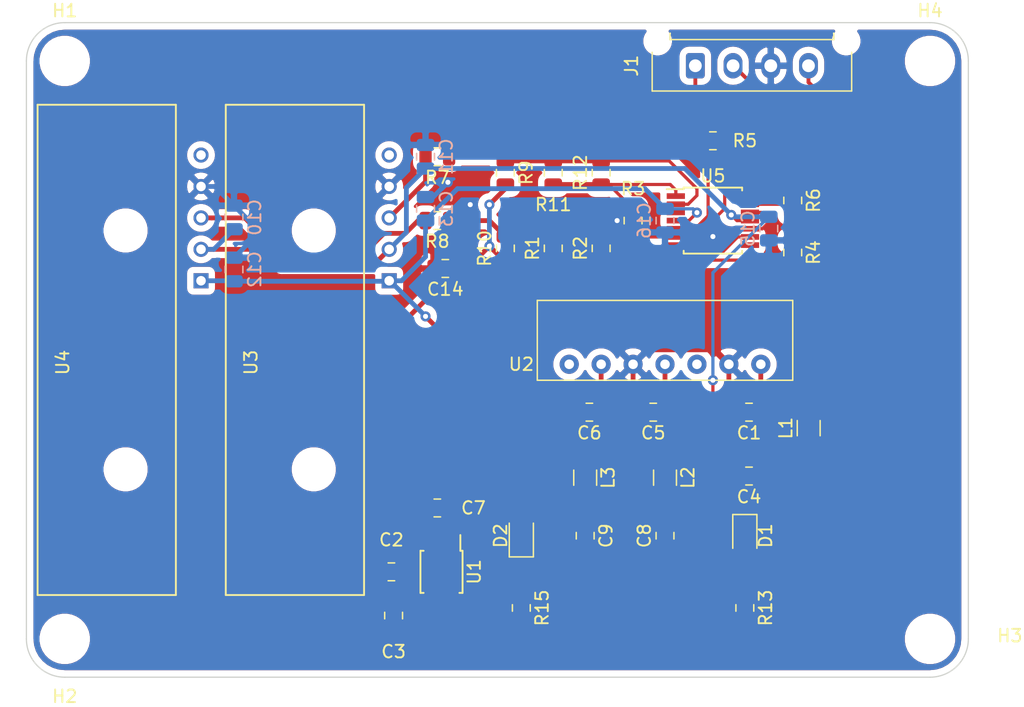
<source format=kicad_pcb>
(kicad_pcb (version 20171130) (host pcbnew "(5.0.0)")
  (layers (0 F.Cu signal) (31 B.Cu signal) (34 B.Paste user) (35 F.Paste user) (36 B.SilkS user) (37 F.SilkS user) (38 B.Mask user) (39 F.Mask user) (44 Edge.Cuts user))
  (net 0 "")
  (net 1 GND)
  (net 2 "Net-(C1-Pad1)")
  (net 3 /offset)
  (net 4 "Net-(C3-Pad1)")
  (net 5 "Net-(C5-Pad1)")
  (net 6 "Net-(C6-Pad2)")
  (net 7 +15V)
  (net 8 -15V)
  (net 9 "Net-(D1-Pad2)")
  (net 10 "Net-(D2-Pad1)")
  (net 11 /LOW_OUT)
  (net 12 /HIGH_OUT)
  (net 13 +5V)
  (net 14 "Net-(R1-Pad1)")
  (net 15 "Net-(R1-Pad2)")
  (net 16 "Net-(R3-Pad1)")
  (net 17 "Net-(R11-Pad1)")
  (net 18 "Net-(R4-Pad1)")
  (net 19 "Net-(R7-Pad2)")
  (net 20 "Net-(R11-Pad2)")
  (net 21 "Net-(R8-Pad2)")
  (module MountingHole:MountingHole_3mm (layer F.Cu) (at 154.432 62.23)
    (fp_text reference H4 (at 0 -4) (layer F.SilkS))
    (fp_text value MountingHole)
    (pad 1 np_thru_hole circle (at 0 0) (size 3 3) (drill 3) (layers *.Cu *.Mask))
  )
  (module MountingHole:MountingHole_3mm (layer F.Cu) (at 154.432 108.204)
    (fp_text reference H3 (at 6.35 -0.254) (layer F.SilkS))
    (fp_text value MountingHole)
    (pad 1 np_thru_hole circle (at 0 0) (size 3 3) (drill 3) (layers *.Cu *.Mask))
  )
  (module MountingHole:MountingHole_3mm (layer F.Cu) (at 85.598 108.204)
    (fp_text reference H2 (at 0 4.572) (layer F.SilkS))
    (fp_text value MountingHole)
    (pad 1 np_thru_hole circle (at 0 0) (size 3 3) (drill 3) (layers *.Cu *.Mask))
  )
  (module MountingHole:MountingHole_3mm (layer F.Cu) (at 85.598 62.23)
    (fp_text reference H1 (at 0 -4) (layer F.SilkS))
    (fp_text value MountingHole)
    (pad 1 np_thru_hole circle (at 0 0) (size 3 3) (drill 3) (layers *.Cu *.Mask))
  )
  (module Package_SO:MSOP-8_3x3mm_P0.65mm (layer F.Cu) (at 115.57 102.87 270)
    (fp_text reference U1 (at 0 -2.6 90) (layer F.SilkS))
    (fp_text value REF5040ADGK)
    (fp_line (start -1.675 -1.675) (end -1.675 -1.5) (layer F.SilkS) (width 0.15))
    (fp_line (start 1.675 -1.675) (end 1.675 -1.425) (layer F.SilkS) (width 0.15))
    (fp_line (start 1.675 1.675) (end 1.675 1.425) (layer F.SilkS) (width 0.15))
    (fp_line (start -1.675 1.675) (end -1.675 1.425) (layer F.SilkS) (width 0.15))
    (fp_line (start -1.675 -1.675) (end 1.675 -1.675) (layer F.SilkS) (width 0.15))
    (fp_line (start -1.675 1.675) (end 1.675 1.675) (layer F.SilkS) (width 0.15))
    (fp_line (start -1.675 -1.5) (end -2.925 -1.5) (layer F.SilkS) (width 0.15))
    (pad 1 smd rect (at -2.2 -0.975 270) (size 1.45 0.45) (layers F.Cu F.Paste F.Mask))
    (pad 2 smd rect (at -2.2 -0.325 270) (size 1.45 0.45) (layers F.Cu F.Paste F.Mask) (net 7 +15V))
    (pad 3 smd rect (at -2.2 0.325 270) (size 1.45 0.45) (layers F.Cu F.Paste F.Mask))
    (pad 4 smd rect (at -2.2 0.975 270) (size 1.45 0.45) (layers F.Cu F.Paste F.Mask) (net 1 GND))
    (pad 5 smd rect (at 2.2 0.975 270) (size 1.45 0.45) (layers F.Cu F.Paste F.Mask) (net 4 "Net-(C3-Pad1)"))
    (pad 6 smd rect (at 2.2 0.325 270) (size 1.45 0.45) (layers F.Cu F.Paste F.Mask) (net 3 /offset))
    (pad 7 smd rect (at 2.2 -0.325 270) (size 1.45 0.45) (layers F.Cu F.Paste F.Mask))
    (pad 8 smd rect (at 2.2 -0.975 270) (size 1.45 0.45) (layers F.Cu F.Paste F.Mask))
  )
  (module BPS:SIP-7_19.6x6mm_P2.54mm (layer F.Cu) (at 133.35 86.36 180)
    (fp_text reference U2 (at 11.43 0) (layer F.SilkS))
    (fp_text value RecomRB-0515D)
    (fp_line (start 10.16 -1.27) (end 10.16 5.08) (layer F.SilkS) (width 0.12))
    (fp_line (start 10.16 5.08) (end -10.16 5.08) (layer F.SilkS) (width 0.12))
    (fp_line (start -10.16 5.08) (end -10.16 -1.27) (layer F.SilkS) (width 0.12))
    (fp_line (start -10.16 -1.27) (end 10.16 -1.27) (layer F.SilkS) (width 0.12))
    (pad 1 thru_hole circle (at -7.62 0 180) (size 1.524 1.524) (drill 0.762) (layers *.Cu *.Mask) (net 2 "Net-(C1-Pad1)"))
    (pad 2 thru_hole circle (at -5.08 0 180) (size 1.524 1.524) (drill 0.762) (layers *.Cu *.Mask) (net 1 GND))
    (pad 3 thru_hole circle (at -2.54 0 180) (size 1.524 1.524) (drill 0.762) (layers *.Cu *.Mask))
    (pad 4 thru_hole circle (at 0 0 180) (size 1.524 1.524) (drill 0.762) (layers *.Cu *.Mask) (net 5 "Net-(C5-Pad1)"))
    (pad 5 thru_hole circle (at 2.54 0 180) (size 1.524 1.524) (drill 0.762) (layers *.Cu *.Mask) (net 1 GND))
    (pad 6 thru_hole circle (at 5.08 0 180) (size 1.524 1.524) (drill 0.762) (layers *.Cu *.Mask) (net 6 "Net-(C6-Pad2)"))
    (pad 7 thru_hole circle (at 7.62 0 180) (size 1.524 1.524) (drill 0.762) (layers *.Cu *.Mask))
  )
  (module Capacitor_SMD:C_0805_2012Metric (layer F.Cu) (at 140.0325 90.17 180)
    (fp_text reference C1 (at 0 -1.65) (layer F.SilkS))
    (fp_text value "22 uF")
    (fp_line (start -0.258578 -0.71) (end 0.258578 -0.71) (layer F.SilkS) (width 0.12))
    (fp_line (start -0.258578 0.71) (end 0.258578 0.71) (layer F.SilkS) (width 0.12))
    (pad 1 smd roundrect (at -0.9375 0 180) (size 0.975 1.4) (layers F.Cu F.Paste F.Mask) (net 2 "Net-(C1-Pad1)"))
    (pad 2 smd roundrect (at 0.9375 0 180) (size 0.975 1.4) (layers F.Cu F.Paste F.Mask) (net 1 GND))
  )
  (module Capacitor_SMD:C_0805_2012Metric (layer F.Cu) (at 111.5845 102.87 180)
    (fp_text reference C2 (at 0 2.54) (layer F.SilkS))
    (fp_text value "1 uF")
    (fp_line (start -0.258578 0.71) (end 0.258578 0.71) (layer F.SilkS) (width 0.12))
    (fp_line (start -0.258578 -0.71) (end 0.258578 -0.71) (layer F.SilkS) (width 0.12))
    (pad 2 smd roundrect (at 0.9375 0 180) (size 0.975 1.4) (layers F.Cu F.Paste F.Mask) (net 1 GND))
    (pad 1 smd roundrect (at -0.9375 0 180) (size 0.975 1.4) (layers F.Cu F.Paste F.Mask) (net 3 /offset))
  )
  (module Capacitor_SMD:C_0805_2012Metric (layer F.Cu) (at 111.76 106.3475 270)
    (fp_text reference C3 (at 2.8725 0 180) (layer F.SilkS))
    (fp_text value "1 uF")
    (fp_line (start -0.258578 0.71) (end 0.258578 0.71) (layer F.SilkS) (width 0.12))
    (fp_line (start -0.258578 -0.71) (end 0.258578 -0.71) (layer F.SilkS) (width 0.12))
    (pad 2 smd roundrect (at 0.9375 0 270) (size 0.975 1.4) (layers F.Cu F.Paste F.Mask) (net 1 GND))
    (pad 1 smd roundrect (at -0.9375 0 270) (size 0.975 1.4) (layers F.Cu F.Paste F.Mask) (net 4 "Net-(C3-Pad1)"))
  )
  (module Capacitor_SMD:C_0805_2012Metric (layer F.Cu) (at 140.0325 95.25 180)
    (fp_text reference C4 (at 0 -1.65) (layer F.SilkS))
    (fp_text value "1 uF")
    (fp_line (start -0.258578 -0.71) (end 0.258578 -0.71) (layer F.SilkS) (width 0.12))
    (fp_line (start -0.258578 0.71) (end 0.258578 0.71) (layer F.SilkS) (width 0.12))
    (pad 1 smd roundrect (at -0.9375 0 180) (size 0.975 1.4) (layers F.Cu F.Paste F.Mask) (net 2 "Net-(C1-Pad1)"))
    (pad 2 smd roundrect (at 0.9375 0 180) (size 0.975 1.4) (layers F.Cu F.Paste F.Mask) (net 1 GND))
  )
  (module Capacitor_SMD:C_0805_2012Metric (layer F.Cu) (at 132.4125 90.17 180)
    (fp_text reference C5 (at 0 -1.65) (layer F.SilkS))
    (fp_text value "1 uF")
    (fp_line (start -0.258578 -0.71) (end 0.258578 -0.71) (layer F.SilkS) (width 0.12))
    (fp_line (start -0.258578 0.71) (end 0.258578 0.71) (layer F.SilkS) (width 0.12))
    (pad 1 smd roundrect (at -0.9375 0 180) (size 0.975 1.4) (layers F.Cu F.Paste F.Mask) (net 5 "Net-(C5-Pad1)"))
    (pad 2 smd roundrect (at 0.9375 0 180) (size 0.975 1.4) (layers F.Cu F.Paste F.Mask) (net 1 GND))
  )
  (module Capacitor_SMD:C_0805_2012Metric (layer F.Cu) (at 127.3325 90.17 180)
    (fp_text reference C6 (at 0 -1.65) (layer F.SilkS))
    (fp_text value "1 uF")
    (fp_line (start -0.258578 0.71) (end 0.258578 0.71) (layer F.SilkS) (width 0.12))
    (fp_line (start -0.258578 -0.71) (end 0.258578 -0.71) (layer F.SilkS) (width 0.12))
    (pad 2 smd roundrect (at 0.9375 0 180) (size 0.975 1.4) (layers F.Cu F.Paste F.Mask) (net 6 "Net-(C6-Pad2)"))
    (pad 1 smd roundrect (at -0.9375 0 180) (size 0.975 1.4) (layers F.Cu F.Paste F.Mask) (net 1 GND))
  )
  (module Capacitor_SMD:C_0805_2012Metric (layer F.Cu) (at 115.2375 97.79 180)
    (fp_text reference C7 (at -2.8725 0) (layer F.SilkS))
    (fp_text value "1 uF")
    (fp_line (start -0.258578 -0.71) (end 0.258578 -0.71) (layer F.SilkS) (width 0.12))
    (fp_line (start -0.258578 0.71) (end 0.258578 0.71) (layer F.SilkS) (width 0.12))
    (pad 1 smd roundrect (at -0.9375 0 180) (size 0.975 1.4) (layers F.Cu F.Paste F.Mask) (net 7 +15V))
    (pad 2 smd roundrect (at 0.9375 0 180) (size 0.975 1.4) (layers F.Cu F.Paste F.Mask) (net 1 GND))
  )
  (module Capacitor_SMD:C_0805_2012Metric (layer F.Cu) (at 133.35 99.9975 90)
    (fp_text reference C8 (at 0 -1.65 90) (layer F.SilkS))
    (fp_text value "22 uF")
    (fp_line (start -0.258578 0.71) (end 0.258578 0.71) (layer F.SilkS) (width 0.12))
    (fp_line (start -0.258578 -0.71) (end 0.258578 -0.71) (layer F.SilkS) (width 0.12))
    (pad 2 smd roundrect (at 0.9375 0 90) (size 0.975 1.4) (layers F.Cu F.Paste F.Mask) (net 8 -15V))
    (pad 1 smd roundrect (at -0.9375 0 90) (size 0.975 1.4) (layers F.Cu F.Paste F.Mask) (net 1 GND))
  )
  (module Capacitor_SMD:C_0805_2012Metric (layer F.Cu) (at 127 99.9975 270)
    (fp_text reference C9 (at 0 -1.65 90) (layer F.SilkS))
    (fp_text value "22 uF")
    (fp_line (start -0.258578 0.71) (end 0.258578 0.71) (layer F.SilkS) (width 0.12))
    (fp_line (start -0.258578 -0.71) (end 0.258578 -0.71) (layer F.SilkS) (width 0.12))
    (pad 2 smd roundrect (at 0.9375 0 270) (size 0.975 1.4) (layers F.Cu F.Paste F.Mask) (net 1 GND))
    (pad 1 smd roundrect (at -0.9375 0 270) (size 0.975 1.4) (layers F.Cu F.Paste F.Mask) (net 7 +15V))
  )
  (module Capacitor_SMD:C_0805_2012Metric (layer B.Cu) (at 99.06 74.676 90)
    (fp_text reference C10 (at 0 1.65 90) (layer B.SilkS) (effects (justify mirror)))
    (fp_text value "1 uF")
    (fp_line (start -0.258578 -0.71) (end 0.258578 -0.71) (layer B.SilkS) (width 0.12))
    (fp_line (start -0.258578 0.71) (end 0.258578 0.71) (layer B.SilkS) (width 0.12))
    (pad 2 smd roundrect (at 0.9375 0 90) (size 0.975 1.4) (layers B.Cu B.Paste B.Mask) (net 1 GND))
    (pad 1 smd roundrect (at -0.9375 0 90) (size 0.975 1.4) (layers B.Cu B.Paste B.Mask) (net 8 -15V))
  )
  (module Capacitor_SMD:C_0805_2012Metric (layer B.Cu) (at 114.3 69.85 90)
    (fp_text reference C11 (at 0 1.65 270) (layer B.SilkS) (effects (justify mirror)))
    (fp_text value "1 uF")
    (fp_line (start -0.258578 0.71) (end 0.258578 0.71) (layer B.SilkS) (width 0.12))
    (fp_line (start -0.258578 -0.71) (end 0.258578 -0.71) (layer B.SilkS) (width 0.12))
    (pad 1 smd roundrect (at -0.9375 0 90) (size 0.975 1.4) (layers B.Cu B.Paste B.Mask) (net 8 -15V))
    (pad 2 smd roundrect (at 0.9375 0 90) (size 0.975 1.4) (layers B.Cu B.Paste B.Mask) (net 1 GND))
  )
  (module Capacitor_SMD:C_0805_2012Metric (layer B.Cu) (at 99.06 78.8185 90)
    (fp_text reference C12 (at 0 1.65 270) (layer B.SilkS) (effects (justify mirror)))
    (fp_text value "1 uF")
    (fp_line (start -0.258578 0.71) (end 0.258578 0.71) (layer B.SilkS) (width 0.12))
    (fp_line (start -0.258578 -0.71) (end 0.258578 -0.71) (layer B.SilkS) (width 0.12))
    (pad 1 smd roundrect (at -0.9375 0 90) (size 0.975 1.4) (layers B.Cu B.Paste B.Mask) (net 7 +15V))
    (pad 2 smd roundrect (at 0.9375 0 90) (size 0.975 1.4) (layers B.Cu B.Paste B.Mask) (net 1 GND))
  )
  (module Capacitor_SMD:C_0805_2012Metric (layer B.Cu) (at 114.3 73.9925 90)
    (fp_text reference C13 (at 0 1.65 270) (layer B.SilkS) (effects (justify mirror)))
    (fp_text value "1 uF")
    (fp_line (start -0.258578 -0.71) (end 0.258578 -0.71) (layer B.SilkS) (width 0.12))
    (fp_line (start -0.258578 0.71) (end 0.258578 0.71) (layer B.SilkS) (width 0.12))
    (pad 2 smd roundrect (at 0.9375 0 90) (size 0.975 1.4) (layers B.Cu B.Paste B.Mask) (net 1 GND))
    (pad 1 smd roundrect (at -0.9375 0 90) (size 0.975 1.4) (layers B.Cu B.Paste B.Mask) (net 7 +15V))
  )
  (module Capacitor_SMD:C_0805_2012Metric (layer F.Cu) (at 115.8725 78.74 180)
    (fp_text reference C14 (at 0 -1.65) (layer F.SilkS))
    (fp_text value "1 uF")
    (fp_line (start -0.258578 0.71) (end 0.258578 0.71) (layer F.SilkS) (width 0.12))
    (fp_line (start -0.258578 -0.71) (end 0.258578 -0.71) (layer F.SilkS) (width 0.12))
    (pad 2 smd roundrect (at 0.9375 0 180) (size 0.975 1.4) (layers F.Cu F.Paste F.Mask) (net 1 GND))
    (pad 1 smd roundrect (at -0.9375 0 180) (size 0.975 1.4) (layers F.Cu F.Paste F.Mask) (net 3 /offset))
  )
  (module Capacitor_SMD:C_0805_2012Metric (layer B.Cu) (at 141.605 75.565 270)
    (fp_text reference C15 (at 0 1.65 90) (layer B.SilkS) (effects (justify mirror)))
    (fp_text value "1 uF")
    (fp_line (start -0.258578 0.71) (end 0.258578 0.71) (layer B.SilkS) (width 0.12))
    (fp_line (start -0.258578 -0.71) (end 0.258578 -0.71) (layer B.SilkS) (width 0.12))
    (pad 1 smd roundrect (at -0.9375 0 270) (size 0.975 1.4) (layers B.Cu B.Paste B.Mask) (net 8 -15V))
    (pad 2 smd roundrect (at 0.9375 0 270) (size 0.975 1.4) (layers B.Cu B.Paste B.Mask) (net 1 GND))
  )
  (module Capacitor_SMD:C_0805_2012Metric (layer B.Cu) (at 133.35 74.93 270)
    (fp_text reference C16 (at 0 1.65 270) (layer B.SilkS) (effects (justify mirror)))
    (fp_text value "1 uF")
    (fp_line (start -0.258578 -0.71) (end 0.258578 -0.71) (layer B.SilkS) (width 0.12))
    (fp_line (start -0.258578 0.71) (end 0.258578 0.71) (layer B.SilkS) (width 0.12))
    (pad 2 smd roundrect (at 0.9375 0 270) (size 0.975 1.4) (layers B.Cu B.Paste B.Mask) (net 1 GND))
    (pad 1 smd roundrect (at -0.9375 0 270) (size 0.975 1.4) (layers B.Cu B.Paste B.Mask) (net 7 +15V))
  )
  (module LED_SMD:LED_0805_2012Metric (layer F.Cu) (at 139.7 99.9975 270)
    (fp_text reference D1 (at 0 -1.65 90) (layer F.SilkS))
    (fp_text value LED_Small)
    (fp_line (start -1.685 0.96) (end 1 0.96) (layer F.SilkS) (width 0.12))
    (fp_line (start -1.685 -0.96) (end -1.685 0.96) (layer F.SilkS) (width 0.12))
    (fp_line (start 1 -0.96) (end -1.685 -0.96) (layer F.SilkS) (width 0.12))
    (pad 2 smd roundrect (at 0.9375 0 270) (size 0.975 1.4) (layers F.Cu F.Paste F.Mask) (net 9 "Net-(D1-Pad2)"))
    (pad 1 smd roundrect (at -0.9375 0 270) (size 0.975 1.4) (layers F.Cu F.Paste F.Mask) (net 8 -15V))
  )
  (module LED_SMD:LED_0805_2012Metric (layer F.Cu) (at 121.92 99.9975 90)
    (fp_text reference D2 (at 0 -1.65 90) (layer F.SilkS))
    (fp_text value LED_Small)
    (fp_line (start 1 -0.96) (end -1.685 -0.96) (layer F.SilkS) (width 0.12))
    (fp_line (start -1.685 -0.96) (end -1.685 0.96) (layer F.SilkS) (width 0.12))
    (fp_line (start -1.685 0.96) (end 1 0.96) (layer F.SilkS) (width 0.12))
    (pad 1 smd roundrect (at -0.9375 0 90) (size 0.975 1.4) (layers F.Cu F.Paste F.Mask) (net 10 "Net-(D2-Pad1)"))
    (pad 2 smd roundrect (at 0.9375 0 90) (size 0.975 1.4) (layers F.Cu F.Paste F.Mask) (net 7 +15V))
  )
  (module Connector_Molex:Molex_Micro-Fit_3.0_43650-0415_1x04_P3.00mm_Vertical (layer F.Cu) (at 135.763 62.611)
    (fp_text reference J1 (at -5.08 0 -90) (layer F.SilkS))
    (fp_text value Connector_Generic:Conn_01x04)
    (fp_line (start 11.015 -2.58) (end 10.995 -2.58) (layer F.SilkS) (width 0.12))
    (fp_line (start 11.015 -2.08) (end 11.015 -2.58) (layer F.SilkS) (width 0.12))
    (fp_line (start -2.015 -2.08) (end 11.015 -2.08) (layer F.SilkS) (width 0.12))
    (fp_line (start -2.015 -2.58) (end -2.015 -2.08) (layer F.SilkS) (width 0.12))
    (fp_line (start -1.995 -2.58) (end -2.015 -2.58) (layer F.SilkS) (width 0.12))
    (fp_line (start 12.435 2.01) (end 12.435 -1.065) (layer F.SilkS) (width 0.12))
    (fp_line (start -3.435 2.01) (end 12.435 2.01) (layer F.SilkS) (width 0.12))
    (fp_line (start -3.435 -1.065) (end -3.435 2.01) (layer F.SilkS) (width 0.12))
    (pad 4 thru_hole oval (at 9 0) (size 1.5 2.02) (drill 1.02) (layers *.Cu *.Mask) (net 13 +5V))
    (pad 3 thru_hole oval (at 6 0) (size 1.5 2.02) (drill 1.02) (layers *.Cu *.Mask) (net 1 GND))
    (pad 2 thru_hole oval (at 3 0) (size 1.5 2.02) (drill 1.02) (layers *.Cu *.Mask) (net 12 /HIGH_OUT))
    (pad 1 thru_hole roundrect (at 0 0) (size 1.5 2.02) (drill 1.02) (layers *.Cu *.Mask) (roundrect_rratio 0.166667) (net 11 /LOW_OUT))
    (pad "" np_thru_hole circle (at 12 -1.96) (size 1.27 1.27) (drill 1.27) (layers *.Cu *.Mask))
    (pad "" np_thru_hole circle (at -3 -1.96) (size 1.27 1.27) (drill 1.27) (layers *.Cu *.Mask))
  )
  (module Inductor_SMD:L_1206_3216Metric (layer F.Cu) (at 144.78 91.44 90)
    (fp_text reference L1 (at 0 -1.82 90) (layer F.SilkS))
    (fp_text value FB)
    (fp_line (start -0.602064 0.91) (end 0.602064 0.91) (layer F.SilkS) (width 0.12))
    (fp_line (start -0.602064 -0.91) (end 0.602064 -0.91) (layer F.SilkS) (width 0.12))
    (pad 2 smd roundrect (at 1.4 0 90) (size 1.25 1.75) (layers F.Cu F.Paste F.Mask) (roundrect_rratio 0.2) (net 2 "Net-(C1-Pad1)"))
    (pad 1 smd roundrect (at -1.4 0 90) (size 1.25 1.75) (layers F.Cu F.Paste F.Mask) (roundrect_rratio 0.2) (net 13 +5V))
  )
  (module Inductor_SMD:L_1206_3216Metric (layer F.Cu) (at 133.35 95.38 270)
    (fp_text reference L2 (at 0 -1.82 90) (layer F.SilkS))
    (fp_text value FB)
    (fp_line (start -0.602064 0.91) (end 0.602064 0.91) (layer F.SilkS) (width 0.12))
    (fp_line (start -0.602064 -0.91) (end 0.602064 -0.91) (layer F.SilkS) (width 0.12))
    (pad 2 smd roundrect (at 1.4 0 270) (size 1.25 1.75) (layers F.Cu F.Paste F.Mask) (roundrect_rratio 0.2) (net 8 -15V))
    (pad 1 smd roundrect (at -1.4 0 270) (size 1.25 1.75) (layers F.Cu F.Paste F.Mask) (roundrect_rratio 0.2) (net 5 "Net-(C5-Pad1)"))
  )
  (module Inductor_SMD:L_1206_3216Metric (layer F.Cu) (at 127 95.38 270)
    (fp_text reference L3 (at 0 -1.82 90) (layer F.SilkS))
    (fp_text value FB)
    (fp_line (start -0.602064 -0.91) (end 0.602064 -0.91) (layer F.SilkS) (width 0.12))
    (fp_line (start -0.602064 0.91) (end 0.602064 0.91) (layer F.SilkS) (width 0.12))
    (pad 1 smd roundrect (at -1.4 0 270) (size 1.25 1.75) (layers F.Cu F.Paste F.Mask) (roundrect_rratio 0.2) (net 6 "Net-(C6-Pad2)"))
    (pad 2 smd roundrect (at 1.4 0 270) (size 1.25 1.75) (layers F.Cu F.Paste F.Mask) (roundrect_rratio 0.2) (net 7 +15V))
  )
  (module Resistor_SMD:R_0805_2012Metric (layer F.Cu) (at 124.46 77.1375 90)
    (fp_text reference R1 (at 0 -1.65 90) (layer F.SilkS))
    (fp_text value "10 kOhm")
    (fp_line (start -0.258578 -0.71) (end 0.258578 -0.71) (layer F.SilkS) (width 0.12))
    (fp_line (start -0.258578 0.71) (end 0.258578 0.71) (layer F.SilkS) (width 0.12))
    (pad 1 smd roundrect (at -0.9375 0 90) (size 0.975 1.4) (layers F.Cu F.Paste F.Mask) (net 14 "Net-(R1-Pad1)"))
    (pad 2 smd roundrect (at 0.9375 0 90) (size 0.975 1.4) (layers F.Cu F.Paste F.Mask) (net 15 "Net-(R1-Pad2)"))
  )
  (module Resistor_SMD:R_0805_2012Metric (layer F.Cu) (at 128.27 77.1375 90)
    (fp_text reference R2 (at 0 -1.65 90) (layer F.SilkS))
    (fp_text value "5 kOhm")
    (fp_line (start -0.258578 0.71) (end 0.258578 0.71) (layer F.SilkS) (width 0.12))
    (fp_line (start -0.258578 -0.71) (end 0.258578 -0.71) (layer F.SilkS) (width 0.12))
    (pad 2 smd roundrect (at 0.9375 0 90) (size 0.975 1.4) (layers F.Cu F.Paste F.Mask) (net 15 "Net-(R1-Pad2)"))
    (pad 1 smd roundrect (at -0.9375 0 90) (size 0.975 1.4) (layers F.Cu F.Paste F.Mask) (net 14 "Net-(R1-Pad1)"))
  )
  (module Resistor_SMD:R_0805_2012Metric (layer F.Cu) (at 130.81 74.93 90)
    (fp_text reference R3 (at 2.54 0 180) (layer F.SilkS))
    (fp_text value "10 kOhm")
    (fp_line (start -0.258578 -0.71) (end 0.258578 -0.71) (layer F.SilkS) (width 0.12))
    (fp_line (start -0.258578 0.71) (end 0.258578 0.71) (layer F.SilkS) (width 0.12))
    (pad 1 smd roundrect (at -0.9375 0 90) (size 0.975 1.4) (layers F.Cu F.Paste F.Mask) (net 16 "Net-(R3-Pad1)"))
    (pad 2 smd roundrect (at 0.9375 0 90) (size 0.975 1.4) (layers F.Cu F.Paste F.Mask) (net 17 "Net-(R11-Pad1)"))
  )
  (module Resistor_SMD:R_0805_2012Metric (layer F.Cu) (at 143.51 77.47 270)
    (fp_text reference R4 (at 0 -1.65 90) (layer F.SilkS))
    (fp_text value "10 kOhm")
    (fp_line (start -0.258578 -0.71) (end 0.258578 -0.71) (layer F.SilkS) (width 0.12))
    (fp_line (start -0.258578 0.71) (end 0.258578 0.71) (layer F.SilkS) (width 0.12))
    (pad 1 smd roundrect (at -0.9375 0 270) (size 0.975 1.4) (layers F.Cu F.Paste F.Mask) (net 18 "Net-(R4-Pad1)"))
    (pad 2 smd roundrect (at 0.9375 0 270) (size 0.975 1.4) (layers F.Cu F.Paste F.Mask) (net 14 "Net-(R1-Pad1)"))
  )
  (module Resistor_SMD:R_0805_2012Metric (layer F.Cu) (at 137.16 68.58 180)
    (fp_text reference R5 (at -2.54 0) (layer F.SilkS))
    (fp_text value "10 kOhm")
    (fp_line (start -0.258578 0.71) (end 0.258578 0.71) (layer F.SilkS) (width 0.12))
    (fp_line (start -0.258578 -0.71) (end 0.258578 -0.71) (layer F.SilkS) (width 0.12))
    (pad 2 smd roundrect (at 0.9375 0 180) (size 0.975 1.4) (layers F.Cu F.Paste F.Mask) (net 16 "Net-(R3-Pad1)"))
    (pad 1 smd roundrect (at -0.9375 0 180) (size 0.975 1.4) (layers F.Cu F.Paste F.Mask) (net 11 /LOW_OUT))
  )
  (module Resistor_SMD:R_0805_2012Metric (layer F.Cu) (at 143.51 73.3275 270)
    (fp_text reference R6 (at 0 -1.65 90) (layer F.SilkS))
    (fp_text value "10 kOhm")
    (fp_line (start -0.258578 0.71) (end 0.258578 0.71) (layer F.SilkS) (width 0.12))
    (fp_line (start -0.258578 -0.71) (end 0.258578 -0.71) (layer F.SilkS) (width 0.12))
    (pad 2 smd roundrect (at 0.9375 0 270) (size 0.975 1.4) (layers F.Cu F.Paste F.Mask) (net 18 "Net-(R4-Pad1)"))
    (pad 1 smd roundrect (at -0.9375 0 270) (size 0.975 1.4) (layers F.Cu F.Paste F.Mask) (net 12 /HIGH_OUT))
  )
  (module Resistor_SMD:R_0805_2012Metric (layer F.Cu) (at 115.2375 69.85 180)
    (fp_text reference R7 (at 0 -1.65) (layer F.SilkS))
    (fp_text value "10 kOhm")
    (fp_line (start -0.258578 0.71) (end 0.258578 0.71) (layer F.SilkS) (width 0.12))
    (fp_line (start -0.258578 -0.71) (end 0.258578 -0.71) (layer F.SilkS) (width 0.12))
    (pad 2 smd roundrect (at 0.9375 0 180) (size 0.975 1.4) (layers F.Cu F.Paste F.Mask) (net 19 "Net-(R7-Pad2)"))
    (pad 1 smd roundrect (at -0.9375 0 180) (size 0.975 1.4) (layers F.Cu F.Paste F.Mask) (net 20 "Net-(R11-Pad2)"))
  )
  (module Resistor_SMD:R_0805_2012Metric (layer F.Cu) (at 115.2375 74.93 180)
    (fp_text reference R8 (at 0 -1.65) (layer F.SilkS))
    (fp_text value "10 kOhm")
    (fp_line (start -0.258578 -0.71) (end 0.258578 -0.71) (layer F.SilkS) (width 0.12))
    (fp_line (start -0.258578 0.71) (end 0.258578 0.71) (layer F.SilkS) (width 0.12))
    (pad 1 smd roundrect (at -0.9375 0 180) (size 0.975 1.4) (layers F.Cu F.Paste F.Mask) (net 15 "Net-(R1-Pad2)"))
    (pad 2 smd roundrect (at 0.9375 0 180) (size 0.975 1.4) (layers F.Cu F.Paste F.Mask) (net 21 "Net-(R8-Pad2)"))
  )
  (module Resistor_SMD:R_0805_2012Metric (layer F.Cu) (at 120.65 71.12 270)
    (fp_text reference R9 (at 0 -1.65 90) (layer F.SilkS))
    (fp_text value "10 kOhm")
    (fp_line (start -0.258578 -0.71) (end 0.258578 -0.71) (layer F.SilkS) (width 0.12))
    (fp_line (start -0.258578 0.71) (end 0.258578 0.71) (layer F.SilkS) (width 0.12))
    (pad 1 smd roundrect (at -0.9375 0 270) (size 0.975 1.4) (layers F.Cu F.Paste F.Mask) (net 20 "Net-(R11-Pad2)"))
    (pad 2 smd roundrect (at 0.9375 0 270) (size 0.975 1.4) (layers F.Cu F.Paste F.Mask) (net 3 /offset))
  )
  (module Resistor_SMD:R_0805_2012Metric (layer F.Cu) (at 120.65 77.1375 90)
    (fp_text reference R10 (at 0 -1.65 90) (layer F.SilkS))
    (fp_text value "10 kOhm")
    (fp_line (start -0.258578 0.71) (end 0.258578 0.71) (layer F.SilkS) (width 0.12))
    (fp_line (start -0.258578 -0.71) (end 0.258578 -0.71) (layer F.SilkS) (width 0.12))
    (pad 2 smd roundrect (at 0.9375 0 90) (size 0.975 1.4) (layers F.Cu F.Paste F.Mask) (net 15 "Net-(R1-Pad2)"))
    (pad 1 smd roundrect (at -0.9375 0 90) (size 0.975 1.4) (layers F.Cu F.Paste F.Mask) (net 3 /offset))
  )
  (module Resistor_SMD:R_0805_2012Metric (layer F.Cu) (at 124.46 71.12 90)
    (fp_text reference R11 (at -2.54 0 180) (layer F.SilkS))
    (fp_text value "10 kOhm")
    (fp_line (start -0.258578 0.71) (end 0.258578 0.71) (layer F.SilkS) (width 0.12))
    (fp_line (start -0.258578 -0.71) (end 0.258578 -0.71) (layer F.SilkS) (width 0.12))
    (pad 2 smd roundrect (at 0.9375 0 90) (size 0.975 1.4) (layers F.Cu F.Paste F.Mask) (net 20 "Net-(R11-Pad2)"))
    (pad 1 smd roundrect (at -0.9375 0 90) (size 0.975 1.4) (layers F.Cu F.Paste F.Mask) (net 17 "Net-(R11-Pad1)"))
  )
  (module Resistor_SMD:R_0805_2012Metric (layer F.Cu) (at 128.27 71.12 90)
    (fp_text reference R12 (at 0 -1.65 90) (layer F.SilkS))
    (fp_text value "5 kOhm")
    (fp_line (start -0.258578 -0.71) (end 0.258578 -0.71) (layer F.SilkS) (width 0.12))
    (fp_line (start -0.258578 0.71) (end 0.258578 0.71) (layer F.SilkS) (width 0.12))
    (pad 1 smd roundrect (at -0.9375 0 90) (size 0.975 1.4) (layers F.Cu F.Paste F.Mask) (net 17 "Net-(R11-Pad1)"))
    (pad 2 smd roundrect (at 0.9375 0 90) (size 0.975 1.4) (layers F.Cu F.Paste F.Mask) (net 20 "Net-(R11-Pad2)"))
  )
  (module Resistor_SMD:R_0805_2012Metric (layer F.Cu) (at 139.7 105.7425 270)
    (fp_text reference R13 (at 0 -1.65 90) (layer F.SilkS))
    (fp_text value "1 kOhm")
    (fp_line (start -0.258578 0.71) (end 0.258578 0.71) (layer F.SilkS) (width 0.12))
    (fp_line (start -0.258578 -0.71) (end 0.258578 -0.71) (layer F.SilkS) (width 0.12))
    (pad 2 smd roundrect (at 0.9375 0 270) (size 0.975 1.4) (layers F.Cu F.Paste F.Mask) (net 1 GND))
    (pad 1 smd roundrect (at -0.9375 0 270) (size 0.975 1.4) (layers F.Cu F.Paste F.Mask) (net 9 "Net-(D1-Pad2)"))
  )
  (module Resistor_SMD:R_0805_2012Metric (layer F.Cu) (at 121.92 105.7425 270)
    (fp_text reference R15 (at 0 -1.65 90) (layer F.SilkS))
    (fp_text value "1 kOhm")
    (fp_line (start -0.258578 -0.71) (end 0.258578 -0.71) (layer F.SilkS) (width 0.12))
    (fp_line (start -0.258578 0.71) (end 0.258578 0.71) (layer F.SilkS) (width 0.12))
    (pad 1 smd roundrect (at -0.9375 0 270) (size 0.975 1.4) (layers F.Cu F.Paste F.Mask) (net 10 "Net-(D2-Pad1)"))
    (pad 2 smd roundrect (at 0.9375 0 270) (size 0.975 1.4) (layers F.Cu F.Paste F.Mask) (net 1 GND))
  )
  (module BPS:L08PxxxD15 (layer F.Cu) (at 106.41 77.216 270)
    (fp_text reference U3 (at 9 6 90) (layer F.SilkS))
    (fp_text value L08P50)
    (fp_line (start 27.5 -3) (end -11.5 -3) (layer F.SilkS) (width 0.15))
    (fp_line (start 27.5 8) (end -11.5 8) (layer F.SilkS) (width 0.15))
    (fp_line (start 27.5 -3) (end 27.5 8) (layer F.SilkS) (width 0.15))
    (fp_line (start -11.5 -3) (end -11.5 8) (layer F.SilkS) (width 0.15))
    (pad "" np_thru_hole circle (at 17.5 1 270) (size 2.5 2.5) (drill 2.5) (layers *.Cu *.Mask))
    (pad "" np_thru_hole circle (at -1.5 1 270) (size 2.5 2.5) (drill 2.5) (layers *.Cu *.Mask))
    (pad 5 thru_hole circle (at -7.5 -5 270) (size 1.2 1.2) (drill 0.762) (layers *.Cu *.Mask))
    (pad 4 thru_hole circle (at -5 -5 270) (size 1.2 1.2) (drill 0.762) (layers *.Cu *.Mask) (net 1 GND))
    (pad 3 thru_hole circle (at -2.5 -5 270) (size 1.2 1.2) (drill 0.762) (layers *.Cu *.Mask) (net 19 "Net-(R7-Pad2)"))
    (pad 2 thru_hole circle (at 0 -5 270) (size 1.2 1.2) (drill 0.762) (layers *.Cu *.Mask) (net 8 -15V))
    (pad 1 thru_hole rect (at 2.5 -5 270) (size 1.2 1.2) (drill 0.762) (layers *.Cu *.Mask) (net 7 +15V))
  )
  (module BPS:L08PxxxD15 (layer F.Cu) (at 91.44 77.216 270)
    (fp_text reference U4 (at 9 6 90) (layer F.SilkS))
    (fp_text value L08P100)
    (fp_line (start -11.5 -3) (end -11.5 8) (layer F.SilkS) (width 0.15))
    (fp_line (start 27.5 -3) (end 27.5 8) (layer F.SilkS) (width 0.15))
    (fp_line (start 27.5 8) (end -11.5 8) (layer F.SilkS) (width 0.15))
    (fp_line (start 27.5 -3) (end -11.5 -3) (layer F.SilkS) (width 0.15))
    (pad 1 thru_hole rect (at 2.5 -5 270) (size 1.2 1.2) (drill 0.762) (layers *.Cu *.Mask) (net 7 +15V))
    (pad 2 thru_hole circle (at 0 -5 270) (size 1.2 1.2) (drill 0.762) (layers *.Cu *.Mask) (net 8 -15V))
    (pad 3 thru_hole circle (at -2.5 -5 270) (size 1.2 1.2) (drill 0.762) (layers *.Cu *.Mask) (net 21 "Net-(R8-Pad2)"))
    (pad 4 thru_hole circle (at -5 -5 270) (size 1.2 1.2) (drill 0.762) (layers *.Cu *.Mask) (net 1 GND))
    (pad 5 thru_hole circle (at -7.5 -5 270) (size 1.2 1.2) (drill 0.762) (layers *.Cu *.Mask))
    (pad "" np_thru_hole circle (at -1.5 1 270) (size 2.5 2.5) (drill 2.5) (layers *.Cu *.Mask))
    (pad "" np_thru_hole circle (at 17.5 1 270) (size 2.5 2.5) (drill 2.5) (layers *.Cu *.Mask))
  )
  (module Package_SO:TSSOP-14_4.4x5mm_P0.65mm (layer F.Cu) (at 137.16 74.93)
    (fp_text reference U5 (at 0 -3.55) (layer F.SilkS))
    (fp_text value OPA4376)
    (fp_line (start -2.325 -2.625) (end -2.325 -2.5) (layer F.SilkS) (width 0.15))
    (fp_line (start 2.325 -2.625) (end 2.325 -2.4) (layer F.SilkS) (width 0.15))
    (fp_line (start 2.325 2.625) (end 2.325 2.4) (layer F.SilkS) (width 0.15))
    (fp_line (start -2.325 2.625) (end -2.325 2.4) (layer F.SilkS) (width 0.15))
    (fp_line (start -2.325 -2.625) (end 2.325 -2.625) (layer F.SilkS) (width 0.15))
    (fp_line (start -2.325 2.625) (end 2.325 2.625) (layer F.SilkS) (width 0.15))
    (fp_line (start -2.325 -2.5) (end -3.675 -2.5) (layer F.SilkS) (width 0.15))
    (pad 1 smd rect (at -2.95 -1.95) (size 1.45 0.45) (layers F.Cu F.Paste F.Mask) (net 17 "Net-(R11-Pad1)"))
    (pad 2 smd rect (at -2.95 -1.3) (size 1.45 0.45) (layers F.Cu F.Paste F.Mask) (net 20 "Net-(R11-Pad2)"))
    (pad 3 smd rect (at -2.95 -0.65) (size 1.45 0.45) (layers F.Cu F.Paste F.Mask) (net 1 GND))
    (pad 4 smd rect (at -2.95 0) (size 1.45 0.45) (layers F.Cu F.Paste F.Mask) (net 7 +15V))
    (pad 5 smd rect (at -2.95 0.65) (size 1.45 0.45) (layers F.Cu F.Paste F.Mask) (net 1 GND))
    (pad 6 smd rect (at -2.95 1.3) (size 1.45 0.45) (layers F.Cu F.Paste F.Mask) (net 16 "Net-(R3-Pad1)"))
    (pad 7 smd rect (at -2.95 1.95) (size 1.45 0.45) (layers F.Cu F.Paste F.Mask) (net 11 /LOW_OUT))
    (pad 8 smd rect (at 2.95 1.95) (size 1.45 0.45) (layers F.Cu F.Paste F.Mask) (net 14 "Net-(R1-Pad1)"))
    (pad 9 smd rect (at 2.95 1.3) (size 1.45 0.45) (layers F.Cu F.Paste F.Mask) (net 15 "Net-(R1-Pad2)"))
    (pad 10 smd rect (at 2.95 0.65) (size 1.45 0.45) (layers F.Cu F.Paste F.Mask) (net 1 GND))
    (pad 11 smd rect (at 2.95 0) (size 1.45 0.45) (layers F.Cu F.Paste F.Mask) (net 8 -15V))
    (pad 12 smd rect (at 2.95 -0.65) (size 1.45 0.45) (layers F.Cu F.Paste F.Mask) (net 1 GND))
    (pad 13 smd rect (at 2.95 -1.3) (size 1.45 0.45) (layers F.Cu F.Paste F.Mask) (net 18 "Net-(R4-Pad1)"))
    (pad 14 smd rect (at 2.95 -1.95) (size 1.45 0.45) (layers F.Cu F.Paste F.Mask) (net 12 /HIGH_OUT))
  )
  (gr_line (start 85.598 59.182) (end 154.432 59.182) (layer Edge.Cuts) (width 0.1))
  (gr_line (start 82.55 108.204) (end 82.55 62.23) (layer Edge.Cuts) (width 0.1))
  (gr_line (start 154.432 111.252) (end 85.598 111.252) (layer Edge.Cuts) (width 0.1))
  (gr_line (start 157.48 62.23) (end 157.48 108.204) (layer Edge.Cuts) (width 0.1))
  (gr_arc (start 154.432 62.23) (end 157.48 62.23) (angle -90) (layer Edge.Cuts) (width 0.1))
  (gr_arc (start 154.432 108.204) (end 154.432 111.252) (angle -90) (layer Edge.Cuts) (width 0.1))
  (gr_arc (start 85.598 108.204) (end 82.55 108.204) (angle -90) (layer Edge.Cuts) (width 0.1))
  (gr_arc (start 85.598 62.23) (end 85.598 59.182) (angle -90) (layer Edge.Cuts) (width 0.1))
  (segment (start 97.5375 72.216) (end 99.06 73.7385) (width 0.381) (layer B.Cu) (net 1))
  (segment (start 96.44 72.216) (end 97.5375 72.216) (width 0.381) (layer B.Cu) (net 1))
  (segment (start 99.616237 74.294737) (end 99.06 73.7385) (width 0.381) (layer B.Cu) (net 1))
  (segment (start 100.33 75.0085) (end 99.616237 74.294737) (width 0.381) (layer B.Cu) (net 1))
  (segment (start 100.33 76.611) (end 100.33 75.0085) (width 0.381) (layer B.Cu) (net 1))
  (segment (start 99.06 77.881) (end 100.33 76.611) (width 0.381) (layer B.Cu) (net 1))
  (segment (start 139.095 95.25) (end 139.095 90.17) (width 0.381) (layer F.Cu) (net 1))
  (segment (start 138.43 89.505) (end 139.095 90.17) (width 0.381) (layer F.Cu) (net 1))
  (segment (start 138.43 86.36) (end 138.43 89.505) (width 0.381) (layer F.Cu) (net 1))
  (segment (start 128.27 90.17) (end 131.475 90.17) (width 0.381) (layer F.Cu) (net 1))
  (segment (start 130.81 89.505) (end 131.475 90.17) (width 0.381) (layer F.Cu) (net 1))
  (segment (start 130.81 86.36) (end 130.81 89.505) (width 0.381) (layer F.Cu) (net 1))
  (segment (start 127 100.935) (end 133.35 100.935) (width 0.381) (layer F.Cu) (net 1))
  (segment (start 127 101.6) (end 127 100.935) (width 0.381) (layer F.Cu) (net 1))
  (segment (start 121.92 106.68) (end 127 101.6) (width 0.381) (layer F.Cu) (net 1))
  (segment (start 139.095 106.68) (end 139.7 106.68) (width 0.381) (layer F.Cu) (net 1))
  (segment (start 133.35 100.935) (end 139.095 106.68) (width 0.381) (layer F.Cu) (net 1))
  (segment (start 137.277499 85.207499) (end 137.668001 85.598001) (width 0.381) (layer F.Cu) (net 1))
  (segment (start 131.962501 85.207499) (end 137.277499 85.207499) (width 0.381) (layer F.Cu) (net 1))
  (segment (start 137.668001 85.598001) (end 138.43 86.36) (width 0.381) (layer F.Cu) (net 1))
  (segment (start 130.81 86.36) (end 131.962501 85.207499) (width 0.381) (layer F.Cu) (net 1))
  (segment (start 139.7 106.68) (end 140.97 105.41) (width 0.381) (layer F.Cu) (net 1))
  (segment (start 140.97 97.125) (end 139.095 95.25) (width 0.381) (layer F.Cu) (net 1))
  (segment (start 140.97 105.41) (end 140.97 97.125) (width 0.381) (layer F.Cu) (net 1))
  (segment (start 114.595 98.085) (end 114.3 97.79) (width 0.381) (layer F.Cu) (net 1))
  (segment (start 114.595 100.67) (end 114.595 98.085) (width 0.381) (layer F.Cu) (net 1))
  (via (at 129.54 74.93) (size 0.8) (drill 0.4) (layers F.Cu B.Cu) (net 1))
  (segment (start 134.21 75.58) (end 132.029678 75.58) (width 0.254) (layer F.Cu) (net 1))
  (segment (start 132.029678 75.58) (end 131.379678 74.93) (width 0.254) (layer F.Cu) (net 1))
  (via (at 137.16 76.2) (size 0.8) (drill 0.4) (layers F.Cu B.Cu) (net 1))
  (segment (start 140.11 75.58) (end 137.78 75.58) (width 0.254) (layer F.Cu) (net 1))
  (segment (start 137.78 75.58) (end 137.16 76.2) (width 0.254) (layer F.Cu) (net 1))
  (segment (start 130.105685 74.93) (end 129.54 74.93) (width 0.254) (layer F.Cu) (net 1))
  (segment (start 131.379678 74.93) (end 130.105685 74.93) (width 0.254) (layer F.Cu) (net 1))
  (segment (start 132.029678 74.28) (end 131.379678 74.93) (width 0.254) (layer F.Cu) (net 1))
  (segment (start 134.21 74.28) (end 132.029678 74.28) (width 0.254) (layer F.Cu) (net 1))
  (segment (start 140.998602 74.28) (end 141.478 74.759398) (width 0.254) (layer F.Cu) (net 1))
  (segment (start 140.11 74.28) (end 140.998602 74.28) (width 0.254) (layer F.Cu) (net 1))
  (segment (start 141.089 75.58) (end 140.11 75.58) (width 0.254) (layer F.Cu) (net 1))
  (segment (start 141.478 75.191) (end 141.089 75.58) (width 0.254) (layer F.Cu) (net 1))
  (segment (start 141.478 74.759398) (end 141.478 75.191) (width 0.254) (layer F.Cu) (net 1))
  (via (at 116.078 71.882) (size 0.8) (drill 0.4) (layers F.Cu B.Cu) (net 1))
  (segment (start 114.3 73.055) (end 114.905 73.055) (width 0.381) (layer B.Cu) (net 1))
  (segment (start 114.905 73.055) (end 116.078 71.882) (width 0.381) (layer B.Cu) (net 1))
  (via (at 117.856 73.66) (size 0.8) (drill 0.4) (layers F.Cu B.Cu) (net 1))
  (segment (start 140.97 86.36) (end 140.97 90.17) (width 0.381) (layer F.Cu) (net 2))
  (segment (start 144.65 90.17) (end 144.78 90.04) (width 0.381) (layer F.Cu) (net 2))
  (segment (start 140.97 90.17) (end 144.65 90.17) (width 0.381) (layer F.Cu) (net 2))
  (segment (start 140.97 90.17) (end 140.97 95.25) (width 0.381) (layer F.Cu) (net 2))
  (via (at 119.38 73.66) (size 0.8) (drill 0.4) (layers F.Cu B.Cu) (net 3))
  (segment (start 120.65 72.0575) (end 120.65 72.39) (width 0.381) (layer F.Cu) (net 3))
  (segment (start 120.65 72.39) (end 119.38 73.66) (width 0.381) (layer F.Cu) (net 3))
  (via (at 119.38 76.962) (size 0.8) (drill 0.4) (layers F.Cu B.Cu) (net 3))
  (segment (start 119.38 73.66) (end 119.38 76.962) (width 0.381) (layer B.Cu) (net 3))
  (segment (start 120.493 78.075) (end 119.38 76.962) (width 0.381) (layer F.Cu) (net 3))
  (segment (start 120.65 78.075) (end 120.493 78.075) (width 0.381) (layer F.Cu) (net 3))
  (segment (start 117.602 78.74) (end 119.38 76.962) (width 0.381) (layer F.Cu) (net 3))
  (segment (start 116.81 78.74) (end 117.602 78.74) (width 0.381) (layer F.Cu) (net 3))
  (segment (start 115.245 103.964) (end 115.245 105.07) (width 0.381) (layer F.Cu) (net 3))
  (segment (start 114.151 102.87) (end 115.245 103.964) (width 0.381) (layer F.Cu) (net 3))
  (segment (start 112.522 102.87) (end 114.151 102.87) (width 0.381) (layer F.Cu) (net 3))
  (segment (start 112.522 83.028) (end 116.81 78.74) (width 0.381) (layer F.Cu) (net 3))
  (segment (start 112.522 102.87) (end 112.522 83.028) (width 0.381) (layer F.Cu) (net 3))
  (segment (start 114.255 105.41) (end 114.595 105.07) (width 0.381) (layer F.Cu) (net 4))
  (segment (start 111.76 105.41) (end 114.255 105.41) (width 0.381) (layer F.Cu) (net 4))
  (segment (start 133.35 90.17) (end 133.35 93.98) (width 0.381) (layer F.Cu) (net 5))
  (segment (start 133.35 90.17) (end 133.35 86.36) (width 0.381) (layer F.Cu) (net 5))
  (segment (start 126.395 93.375) (end 127 93.98) (width 0.381) (layer F.Cu) (net 6))
  (segment (start 126.395 90.17) (end 126.395 93.375) (width 0.381) (layer F.Cu) (net 6))
  (segment (start 128.27 88.295) (end 126.395 90.17) (width 0.381) (layer F.Cu) (net 6))
  (segment (start 128.27 86.36) (end 128.27 88.295) (width 0.381) (layer F.Cu) (net 6))
  (segment (start 111.37 79.756) (end 111.41 79.716) (width 0.381) (layer B.Cu) (net 7))
  (segment (start 99.06 79.756) (end 111.37 79.756) (width 0.381) (layer B.Cu) (net 7))
  (segment (start 99.02 79.716) (end 99.06 79.756) (width 0.381) (layer B.Cu) (net 7))
  (segment (start 96.44 79.716) (end 99.02 79.716) (width 0.381) (layer B.Cu) (net 7))
  (segment (start 127 96.78) (end 127 99.06) (width 0.381) (layer F.Cu) (net 7))
  (segment (start 121.92 99.06) (end 127 99.06) (width 0.381) (layer F.Cu) (net 7))
  (segment (start 120.65 97.79) (end 121.92 99.06) (width 0.381) (layer F.Cu) (net 7))
  (segment (start 116.175 97.79) (end 120.65 97.79) (width 0.381) (layer F.Cu) (net 7))
  (segment (start 115.895 98.07) (end 116.175 97.79) (width 0.381) (layer F.Cu) (net 7))
  (segment (start 115.895 100.67) (end 115.895 98.07) (width 0.381) (layer F.Cu) (net 7))
  (via (at 135.89 74.295) (size 0.8) (drill 0.4) (layers F.Cu B.Cu) (net 7))
  (segment (start 133.35 73.9925) (end 135.5875 73.9925) (width 0.254) (layer B.Cu) (net 7))
  (segment (start 135.5875 73.9925) (end 135.89 74.295) (width 0.254) (layer B.Cu) (net 7))
  (segment (start 135.255 74.93) (end 134.21 74.93) (width 0.254) (layer F.Cu) (net 7))
  (segment (start 135.89 74.295) (end 135.255 74.93) (width 0.254) (layer F.Cu) (net 7))
  (segment (start 132.793763 73.436263) (end 133.35 73.9925) (width 0.381) (layer B.Cu) (net 7))
  (segment (start 131.7475 72.39) (end 132.793763 73.436263) (width 0.381) (layer B.Cu) (net 7))
  (segment (start 116.84 72.39) (end 131.7475 72.39) (width 0.381) (layer B.Cu) (net 7))
  (segment (start 114.3 74.93) (end 116.84 72.39) (width 0.381) (layer B.Cu) (net 7))
  (segment (start 112.391 79.716) (end 111.41 79.716) (width 0.381) (layer B.Cu) (net 7))
  (segment (start 114.3 77.807) (end 112.391 79.716) (width 0.381) (layer B.Cu) (net 7))
  (segment (start 114.3 74.93) (end 114.3 77.807) (width 0.381) (layer B.Cu) (net 7))
  (via (at 114.3 82.55) (size 0.8) (drill 0.4) (layers F.Cu B.Cu) (net 7))
  (segment (start 116.175 97.79) (end 116.175 84.425) (width 0.381) (layer F.Cu) (net 7))
  (segment (start 116.175 84.425) (end 114.3 82.55) (width 0.381) (layer F.Cu) (net 7))
  (segment (start 111.466 79.716) (end 111.41 79.716) (width 0.381) (layer B.Cu) (net 7))
  (segment (start 114.3 82.55) (end 111.466 79.716) (width 0.381) (layer B.Cu) (net 7))
  (segment (start 97.4575 77.216) (end 99.06 75.6135) (width 0.381) (layer B.Cu) (net 8))
  (segment (start 96.44 77.216) (end 97.4575 77.216) (width 0.381) (layer B.Cu) (net 8))
  (segment (start 96.44 77.216) (end 101.6 77.216) (width 0.381) (layer F.Cu) (net 8))
  (segment (start 101.6 77.216) (end 102.87 78.486) (width 0.381) (layer F.Cu) (net 8))
  (segment (start 110.14 78.486) (end 111.41 77.216) (width 0.381) (layer F.Cu) (net 8))
  (segment (start 102.87 78.486) (end 110.14 78.486) (width 0.381) (layer F.Cu) (net 8))
  (segment (start 139.7 99.06) (end 133.35 99.06) (width 0.381) (layer F.Cu) (net 8))
  (segment (start 133.35 99.06) (end 133.35 96.78) (width 0.381) (layer F.Cu) (net 8))
  (via (at 138.618571 74.478467) (size 0.8) (drill 0.4) (layers F.Cu B.Cu) (net 8))
  (segment (start 141.605 74.6275) (end 138.767604 74.6275) (width 0.381) (layer B.Cu) (net 8))
  (segment (start 138.767604 74.6275) (end 138.618571 74.478467) (width 0.381) (layer B.Cu) (net 8))
  (segment (start 139.070104 74.93) (end 140.11 74.93) (width 0.254) (layer F.Cu) (net 8))
  (segment (start 138.618571 74.478467) (end 139.070104 74.93) (width 0.254) (layer F.Cu) (net 8))
  (segment (start 134.927604 70.7875) (end 114.3 70.7875) (width 0.381) (layer B.Cu) (net 8))
  (segment (start 138.618571 74.478467) (end 134.927604 70.7875) (width 0.381) (layer B.Cu) (net 8))
  (via (at 137.16 87.63) (size 0.8) (drill 0.4) (layers F.Cu B.Cu) (net 8))
  (segment (start 141.605 74.6275) (end 137.16 79.0725) (width 0.254) (layer B.Cu) (net 8))
  (segment (start 137.16 79.0725) (end 137.16 87.63) (width 0.254) (layer B.Cu) (net 8))
  (segment (start 137.16 92.97) (end 133.35 96.78) (width 0.254) (layer F.Cu) (net 8))
  (segment (start 137.16 87.63) (end 137.16 92.97) (width 0.254) (layer F.Cu) (net 8))
  (segment (start 113.743763 71.343737) (end 114.3 70.7875) (width 0.381) (layer B.Cu) (net 8))
  (segment (start 112.776 72.3115) (end 113.743763 71.343737) (width 0.381) (layer B.Cu) (net 8))
  (segment (start 112.776 75.85) (end 112.776 72.3115) (width 0.381) (layer B.Cu) (net 8))
  (segment (start 111.41 77.216) (end 112.776 75.85) (width 0.381) (layer B.Cu) (net 8))
  (segment (start 139.7 100.935) (end 139.7 104.805) (width 0.381) (layer F.Cu) (net 9))
  (segment (start 121.92 100.935) (end 121.92 104.805) (width 0.381) (layer F.Cu) (net 10))
  (segment (start 135.189 76.88) (end 134.21 76.88) (width 0.254) (layer F.Cu) (net 11))
  (segment (start 138.0975 73.9715) (end 135.189 76.88) (width 0.254) (layer F.Cu) (net 11))
  (segment (start 138.0975 68.58) (end 138.0975 73.9715) (width 0.254) (layer F.Cu) (net 11))
  (segment (start 135.763 66.2455) (end 138.0975 68.58) (width 0.3048) (layer F.Cu) (net 11))
  (segment (start 135.763 62.611) (end 135.763 66.2455) (width 0.3048) (layer F.Cu) (net 11))
  (segment (start 142.92 72.98) (end 143.51 72.39) (width 0.254) (layer F.Cu) (net 12))
  (segment (start 140.11 72.98) (end 142.92 72.98) (width 0.254) (layer F.Cu) (net 12))
  (segment (start 138.811 62.611) (end 138.763 62.611) (width 0.3048) (layer F.Cu) (net 12))
  (segment (start 143.51 72.39) (end 143.51 67.31) (width 0.3048) (layer F.Cu) (net 12))
  (segment (start 143.51 67.31) (end 138.811 62.611) (width 0.3048) (layer F.Cu) (net 12))
  (segment (start 144.78 92.84) (end 146.558 91.062) (width 0.3048) (layer F.Cu) (net 13))
  (segment (start 144.763 63.9258) (end 144.763 62.611) (width 0.3048) (layer F.Cu) (net 13))
  (segment (start 146.558 65.7208) (end 144.763 63.9258) (width 0.3048) (layer F.Cu) (net 13))
  (segment (start 146.558 91.062) (end 146.558 65.7208) (width 0.3048) (layer F.Cu) (net 13))
  (segment (start 124.46 78.075) (end 128.27 78.075) (width 0.381) (layer F.Cu) (net 14))
  (segment (start 129.07 78.075) (end 128.27 78.075) (width 0.254) (layer F.Cu) (net 14))
  (segment (start 139.394 78.075) (end 129.07 78.075) (width 0.254) (layer F.Cu) (net 14))
  (segment (start 140.11 77.359) (end 139.394 78.075) (width 0.254) (layer F.Cu) (net 14))
  (segment (start 140.11 77.359) (end 140.11 76.88) (width 0.254) (layer F.Cu) (net 14))
  (segment (start 141.1585 78.4075) (end 140.11 77.359) (width 0.254) (layer F.Cu) (net 14))
  (segment (start 143.51 78.4075) (end 141.1585 78.4075) (width 0.254) (layer F.Cu) (net 14))
  (segment (start 119.38 74.93) (end 120.65 76.2) (width 0.381) (layer F.Cu) (net 15))
  (segment (start 116.175 74.93) (end 119.38 74.93) (width 0.381) (layer F.Cu) (net 15))
  (segment (start 120.65 76.2) (end 124.46 76.2) (width 0.381) (layer F.Cu) (net 15))
  (segment (start 124.46 76.2) (end 128.27 76.2) (width 0.381) (layer F.Cu) (net 15))
  (segment (start 128.826237 76.756237) (end 128.27 76.2) (width 0.254) (layer F.Cu) (net 15))
  (segment (start 129.502001 77.432001) (end 128.826237 76.756237) (width 0.254) (layer F.Cu) (net 15))
  (segment (start 137.928999 77.432001) (end 129.502001 77.432001) (width 0.254) (layer F.Cu) (net 15))
  (segment (start 139.131 76.23) (end 137.928999 77.432001) (width 0.254) (layer F.Cu) (net 15))
  (segment (start 140.11 76.23) (end 139.131 76.23) (width 0.254) (layer F.Cu) (net 15))
  (segment (start 131.1725 76.23) (end 130.81 75.8675) (width 0.254) (layer F.Cu) (net 16))
  (segment (start 134.21 76.23) (end 131.1725 76.23) (width 0.254) (layer F.Cu) (net 16))
  (segment (start 134.24 76.2) (end 134.21 76.23) (width 0.254) (layer F.Cu) (net 16))
  (segment (start 135.128602 76.2) (end 134.24 76.2) (width 0.254) (layer F.Cu) (net 16))
  (segment (start 136.778737 74.549865) (end 135.128602 76.2) (width 0.254) (layer F.Cu) (net 16))
  (segment (start 136.2225 68.58) (end 136.778737 69.136237) (width 0.254) (layer F.Cu) (net 16))
  (segment (start 136.778737 69.136237) (end 136.778737 74.549865) (width 0.254) (layer F.Cu) (net 16))
  (segment (start 124.46 72.0575) (end 128.27 72.0575) (width 0.381) (layer F.Cu) (net 17))
  (segment (start 133.7665 72.0575) (end 129.07 72.0575) (width 0.254) (layer F.Cu) (net 17))
  (segment (start 134.21 72.501) (end 133.7665 72.0575) (width 0.254) (layer F.Cu) (net 17))
  (segment (start 129.07 72.0575) (end 128.27 72.0575) (width 0.254) (layer F.Cu) (net 17))
  (segment (start 134.21 72.98) (end 134.21 72.501) (width 0.254) (layer F.Cu) (net 17))
  (segment (start 128.875 72.0575) (end 128.27 72.0575) (width 0.254) (layer F.Cu) (net 17))
  (segment (start 130.81 73.9925) (end 128.875 72.0575) (width 0.254) (layer F.Cu) (net 17))
  (segment (start 143.51 74.265) (end 143.51 76.5325) (width 0.254) (layer F.Cu) (net 18))
  (segment (start 142.875 73.63) (end 143.51 74.265) (width 0.254) (layer F.Cu) (net 18))
  (segment (start 140.11 73.63) (end 142.875 73.63) (width 0.254) (layer F.Cu) (net 18))
  (segment (start 114.3 71.826) (end 114.3 69.85) (width 0.381) (layer F.Cu) (net 19))
  (segment (start 111.41 74.716) (end 114.3 71.826) (width 0.381) (layer F.Cu) (net 19))
  (segment (start 120.3175 69.85) (end 120.65 70.1825) (width 0.381) (layer F.Cu) (net 20))
  (segment (start 116.175 69.85) (end 120.3175 69.85) (width 0.381) (layer F.Cu) (net 20))
  (segment (start 120.65 70.1825) (end 124.46 70.1825) (width 0.381) (layer F.Cu) (net 20))
  (segment (start 124.46 70.1825) (end 128.27 70.1825) (width 0.381) (layer F.Cu) (net 20))
  (segment (start 135.189 73.63) (end 135.89 72.929) (width 0.254) (layer F.Cu) (net 20))
  (segment (start 134.21 73.63) (end 135.189 73.63) (width 0.254) (layer F.Cu) (net 20))
  (segment (start 135.89 72.929) (end 135.89 72.39) (width 0.254) (layer F.Cu) (net 20))
  (segment (start 133.6825 70.1825) (end 128.27 70.1825) (width 0.254) (layer F.Cu) (net 20))
  (segment (start 135.89 72.39) (end 133.6825 70.1825) (width 0.254) (layer F.Cu) (net 20))
  (segment (start 113.7125 74.93) (end 112.6965 75.946) (width 0.381) (layer F.Cu) (net 21))
  (segment (start 114.3 74.93) (end 113.7125 74.93) (width 0.381) (layer F.Cu) (net 21))
  (segment (start 110.998 75.946) (end 109.03901 77.90499) (width 0.381) (layer F.Cu) (net 21))
  (segment (start 112.6965 75.946) (end 110.998 75.946) (width 0.381) (layer F.Cu) (net 21))
  (segment (start 97.288528 74.716) (end 96.44 74.716) (width 0.381) (layer F.Cu) (net 21))
  (segment (start 99.921672 74.716) (end 97.288528 74.716) (width 0.381) (layer F.Cu) (net 21))
  (segment (start 103.110662 77.90499) (end 99.921672 74.716) (width 0.381) (layer F.Cu) (net 21))
  (segment (start 109.03901 77.90499) (end 103.110662 77.90499) (width 0.381) (layer F.Cu) (net 21))
  (zone (net 1) (net_name GND) (layer F.Cu) (connect_pads (clearance 0.508)) (min_thickness 0.254) (fill yes (arc_segments 32) (thermal_gap 0.508) (thermal_bridge_width 0.508))
    (polygon (pts (xy 157.48 59.182) (xy 157.48 111.252) (xy 82.55 111.252) (xy 82.55 59.182)))
  )
  (zone (net 1) (net_name GND) (layer B.Cu) (connect_pads (clearance 0.508)) (min_thickness 0.254) (fill yes (arc_segments 32) (thermal_gap 0.508) (thermal_bridge_width 0.508))
    (polygon (pts (xy 82.55 59.182) (xy 82.55 111.252) (xy 157.48 111.252) (xy 157.48 59.182)))
  )
)
</source>
